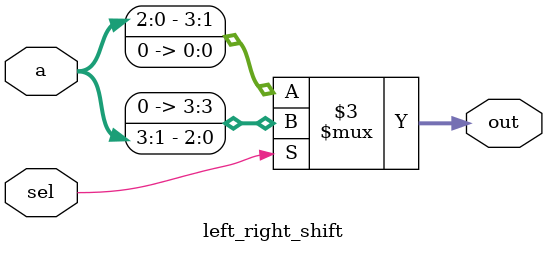
<source format=v>
module left_right_shift(
    input [3:0] a,
    output [3:0] out,
    input sel
    );
    
    assign out = (sel) ? a >> 1 : a << 1;
    
endmodule
</source>
